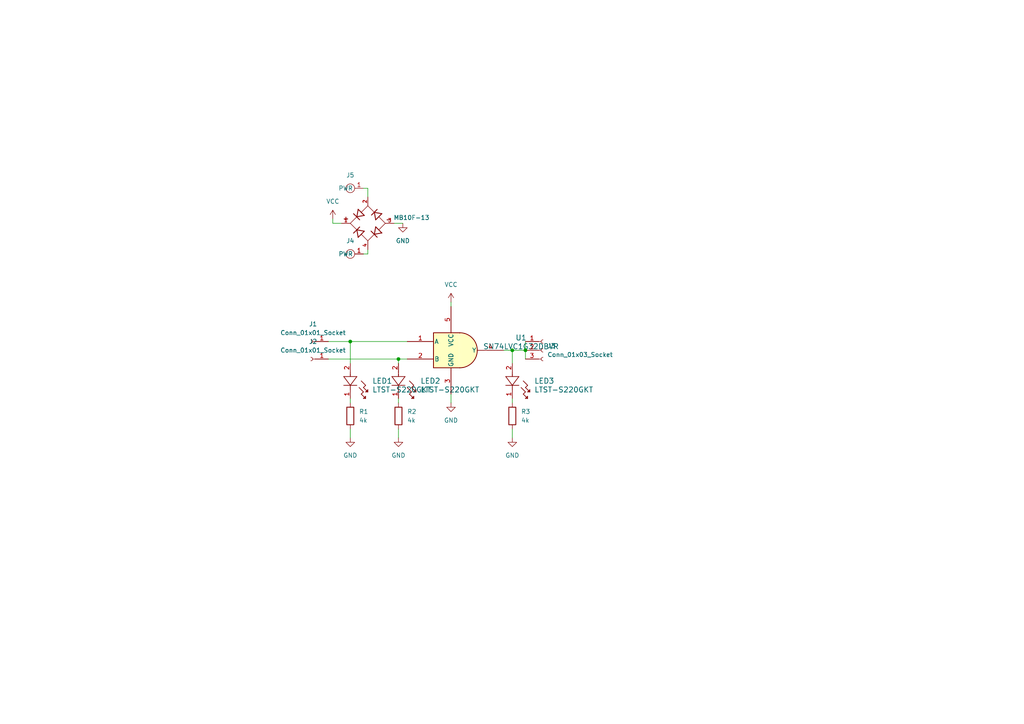
<source format=kicad_sch>
(kicad_sch (version 20230121) (generator eeschema)
  (paper "A4")
  (lib_symbols
    (symbol "Device:R" (pin_numbers hide) (pin_names (offset 0))
      (property "Reference" "R" (at 2.032 0 90))
      (property "Value" "R" (at 0 0 90))
      (symbol "R_0_1"
        (rectangle (start -1.016 -2.54) (end 1.016 2.54) (stroke (width 0.254)))
      )
      (symbol "R_1_1"
        (pin passive line (at 0 3.81 270) (length 1.27) (name "~") (number "1"))
        (pin passive line (at 0 -3.81 90) (length 1.27) (name "~") (number "2"))
      )
    )
    (symbol "DigitalLogicLibrary:8mm_snap" (in_bom no)
      (property "Reference" "J" (at 0 0 0))
      (symbol "8mm_snap_0_1"
        (circle (center 0 0) (radius 1.27))
      )
      (symbol "8mm_snap_1_1"
        (pin output line (at 3.81 0 180) (length 2.54) (name "PWR") (number "1"))
      )
    )
    (symbol "DigitalLogicLibrary:Conn_01x01_Socket" (pin_names (offset 1.016) hide)
      (property "Reference" "J" (at 0 2.54 0))
      (property "Value" "Conn_01x01_Socket" (at 0 -2.54 0))
      (symbol "Conn_01x01_Socket_1_1"
        (polyline (pts (xy -1.27 0) (xy -0.508 0)) (stroke (width 0.1524)))
        (arc (start 0 0.508) (mid -0.5058 0) (end 0 -0.508) (stroke (width 0.1524)))
        (pin passive line (at -5.08 0 0) (length 3.81) (name "Pin_1") (number "1"))
      )
    )
    (symbol "DigitalLogicLibrary:Conn_01x03_Socket" (pin_names (offset 1.016) hide)
      (property "Reference" "J" (at 0 5.08 0))
      (property "Value" "Conn_01x03_Socket" (at 0 -5.08 0))
      (symbol "Conn_01x03_Socket_1_1"
        (arc (start 0 -2.032) (mid -0.5058 -2.54) (end 0 -3.048) (stroke (width 0.1524)))
        (polyline (pts (xy -1.27 -2.54) (xy -0.508 -2.54)) (stroke (width 0.1524)))
        (polyline (pts (xy -1.27 0) (xy -0.508 0)) (stroke (width 0.1524)))
        (polyline (pts (xy -1.27 2.54) (xy -0.508 2.54)) (stroke (width 0.1524)))
        (arc (start 0 0.508) (mid -0.5058 0) (end 0 -0.508) (stroke (width 0.1524)))
        (arc (start 0 3.048) (mid -0.5058 2.54) (end 0 2.032) (stroke (width 0.1524)))
        (pin passive line (at -5.08 2.54 0) (length 3.81) (name "Pin_1") (number "1"))
        (pin passive line (at -5.08 0 0) (length 3.81) (name "Pin_2") (number "2"))
        (pin passive line (at -5.08 -2.54 0) (length 3.81) (name "Pin_3") (number "3"))
      )
    )
    (symbol "DigitalLogicLibrary:LTST-S220GKT" (pin_names (offset 0.254))
      (property "Reference" "LED" (at 5.08 -4.445 0))
      (property "Value" "LTST-S220GKT" (at 5.08 -7.62 0))
      (symbol "LTST-S220GKT_1_1"
        (polyline (pts (xy 2.54 0) (xy 3.4798 0)) (stroke (width 0.2032)))
        (polyline (pts (xy 3.175 0) (xy 3.81 0)) (stroke (width 0.2032)))
        (polyline (pts (xy 3.81 -1.905) (xy 6.35 0)) (stroke (width 0.2032)))
        (polyline (pts (xy 3.81 1.905) (xy 3.81 -1.905)) (stroke (width 0.2032)))
        (polyline (pts (xy 5.08 3.175) (xy 6.35 4.445)) (stroke (width 0.2032)))
        (polyline (pts (xy 6.35 -1.905) (xy 6.35 1.905)) (stroke (width 0.2032)))
        (polyline (pts (xy 6.35 0) (xy 3.81 1.905)) (stroke (width 0.2032)))
        (polyline (pts (xy 6.35 0) (xy 7.62 0)) (stroke (width 0.2032)))
        (polyline (pts (xy 6.35 4.445) (xy 6.985 3.81)) (stroke (width 0.2032)))
        (polyline (pts (xy 6.985 2.54) (xy 8.255 3.81)) (stroke (width 0.2032)))
        (polyline (pts (xy 6.985 3.81) (xy 8.255 5.08)) (stroke (width 0.2032)))
        (polyline (pts (xy 7.62 5.08) (xy 8.255 4.445)) (stroke (width 0.2032)))
        (polyline (pts (xy 8.255 3.81) (xy 8.89 3.175)) (stroke (width 0.2032)))
        (polyline (pts (xy 8.255 4.445) (xy 8.255 5.08)) (stroke (width 0.2032)))
        (polyline (pts (xy 8.255 5.08) (xy 7.62 5.08)) (stroke (width 0.2032)))
        (polyline (pts (xy 8.89 3.175) (xy 10.16 4.445)) (stroke (width 0.2032)))
        (polyline (pts (xy 9.525 4.445) (xy 10.16 3.81)) (stroke (width 0.2032)))
        (polyline (pts (xy 10.16 3.81) (xy 10.16 4.445)) (stroke (width 0.2032)))
        (polyline (pts (xy 10.16 4.445) (xy 9.525 4.445)) (stroke (width 0.2032)))
        (pin unspecified line (at 10.16 0 180) (length 2.54) (name "") (number "1"))
        (pin unspecified line (at 0 0 0) (length 2.54) (name "") (number "2"))
      )
      (symbol "LTST-S220GKT_1_2"
        (polyline (pts (xy -5.08 7.62) (xy -4.445 8.255)) (stroke (width 0.2032)))
        (polyline (pts (xy -5.08 8.255) (xy -5.08 7.62)) (stroke (width 0.2032)))
        (polyline (pts (xy -4.445 6.35) (xy -3.81 6.985)) (stroke (width 0.2032)))
        (polyline (pts (xy -4.445 8.255) (xy -5.08 8.255)) (stroke (width 0.2032)))
        (polyline (pts (xy -4.445 9.525) (xy -3.81 10.16)) (stroke (width 0.2032)))
        (polyline (pts (xy -4.445 10.16) (xy -4.445 9.525)) (stroke (width 0.2032)))
        (polyline (pts (xy -3.81 6.985) (xy -5.08 8.255)) (stroke (width 0.2032)))
        (polyline (pts (xy -3.81 8.255) (xy -3.175 8.89)) (stroke (width 0.2032)))
        (polyline (pts (xy -3.81 10.16) (xy -4.445 10.16)) (stroke (width 0.2032)))
        (polyline (pts (xy -3.175 5.08) (xy -4.445 6.35)) (stroke (width 0.2032)))
        (polyline (pts (xy -3.175 8.89) (xy -4.445 10.16)) (stroke (width 0.2032)))
        (polyline (pts (xy -2.54 6.985) (xy -3.81 8.255)) (stroke (width 0.2032)))
        (polyline (pts (xy -1.905 3.81) (xy 1.905 3.81)) (stroke (width 0.2032)))
        (polyline (pts (xy 0 2.54) (xy 0 3.4798)) (stroke (width 0.2032)))
        (polyline (pts (xy 0 3.175) (xy 0 3.81)) (stroke (width 0.2032)))
        (polyline (pts (xy 0 6.35) (xy -1.905 3.81)) (stroke (width 0.2032)))
        (polyline (pts (xy 0 6.35) (xy 0 7.62)) (stroke (width 0.2032)))
        (polyline (pts (xy 1.905 3.81) (xy 0 6.35)) (stroke (width 0.2032)))
        (polyline (pts (xy 1.905 6.35) (xy -1.905 6.35)) (stroke (width 0.2032)))
        (pin unspecified line (at 0 10.16 270) (length 2.54) (name "") (number "1"))
        (pin unspecified line (at 0 0 90) (length 2.54) (name "") (number "2"))
      )
    )
    (symbol "DigitalLogicLibrary:MB10F-13" (pin_names (offset 1.016))
      (property "Reference" "D" (at 5.08 5.08 0))
      (property "Value" "MB10F-13" (at 5.08 -7.62 0))
      (symbol "MB10F-13_0_0"
        (polyline (pts (xy -6.858 1.27) (xy -5.842 1.27)) (stroke (width 0.254)))
        (polyline (pts (xy -6.35 0.762) (xy -6.35 1.778)) (stroke (width 0.254)))
        (polyline (pts (xy -5.08 0) (xy -3.175 -1.905)) (stroke (width 0.1524)))
        (polyline (pts (xy -3.175 -1.905) (xy -2.794 -4.064)) (stroke (width 0.254)))
        (polyline (pts (xy -3.175 -1.905) (xy -1.016 -2.286)) (stroke (width 0.254)))
        (polyline (pts (xy -3.175 1.905) (xy -5.08 0)) (stroke (width 0.1524)))
        (polyline (pts (xy -3.175 1.905) (xy -2.794 4.064)) (stroke (width 0.254)))
        (polyline (pts (xy -3.175 1.905) (xy -1.016 2.286)) (stroke (width 0.254)))
        (polyline (pts (xy -2.3622 -1.0668) (xy -4.1402 -2.8448)) (stroke (width 0.254)))
        (polyline (pts (xy -2.3622 1.016) (xy -4.1402 2.794)) (stroke (width 0.254)))
        (polyline (pts (xy -1.016 -2.286) (xy -2.794 -4.064)) (stroke (width 0.254)))
        (polyline (pts (xy -1.016 2.286) (xy -2.794 4.064)) (stroke (width 0.254)))
        (polyline (pts (xy 0 -5.08) (xy -1.8034 -3.2766)) (stroke (width 0.1524)))
        (polyline (pts (xy 0 -5.08) (xy 1.905 -3.175)) (stroke (width 0.1524)))
        (polyline (pts (xy 0 5.08) (xy -1.8034 3.2766)) (stroke (width 0.1524)))
        (polyline (pts (xy 1.905 -3.175) (xy 2.286 -1.016)) (stroke (width 0.254)))
        (polyline (pts (xy 1.905 -3.175) (xy 4.064 -2.794)) (stroke (width 0.254)))
        (polyline (pts (xy 1.905 3.175) (xy 0 5.08)) (stroke (width 0.1524)))
        (polyline (pts (xy 1.905 3.175) (xy 2.286 1.016)) (stroke (width 0.254)))
        (polyline (pts (xy 1.905 3.175) (xy 4.064 2.794)) (stroke (width 0.254)))
        (polyline (pts (xy 2.7178 -4.0386) (xy 0.9398 -2.2606)) (stroke (width 0.254)))
        (polyline (pts (xy 2.7178 4.0386) (xy 1.0668 2.3876)) (stroke (width 0.254)))
        (polyline (pts (xy 3.2766 -1.8034) (xy 5.08 0)) (stroke (width 0.1524)))
        (polyline (pts (xy 4.064 -2.794) (xy 2.286 -1.016)) (stroke (width 0.254)))
        (polyline (pts (xy 4.064 2.794) (xy 2.286 1.016)) (stroke (width 0.254)))
        (polyline (pts (xy 5.08 0) (xy 3.2766 1.8034)) (stroke (width 0.1524)))
        (polyline (pts (xy 5.588 1.016) (xy 6.604 1.016)) (stroke (width 0.254)))
        (pin passive line (at -7.62 0 0) (length 2.54) (name "~") (number "1"))
        (pin passive line (at 0 7.62 270) (length 2.54) (name "~") (number "2"))
        (pin passive line (at 7.62 0 180) (length 2.54) (name "~") (number "3"))
        (pin passive line (at 0 -7.62 90) (length 2.54) (name "~") (number "4"))
      )
    )
    (symbol "DigitalLogicLibrary:SN74LVC1G32DBVR" (pin_names (offset 0.254))
      (property "Reference" "U" (at 25.4 10.16 0))
      (property "Value" "SN74LVC1G32DBVR" (at 25.4 7.62 0))
      (symbol "SN74LVC1G32DBVR_0_1"
        (polyline (pts (xy 27.94 -6.35) (xy 20.32 -6.35) (xy 20.32 3.81) (xy 27.94 3.81)) (stroke (width 0.254)) (fill (type background)))
        (arc (start 27.94 -6.35) (mid 32.9979 -1.27) (end 27.94 3.81) (stroke (width 0.254)) (fill (type background)))
        (pin input line (at 12.7 1.27 0) (length 7.62) (name "A") (number "1"))
        (pin input line (at 12.7 -3.81 0) (length 7.62) (name "B") (number "2"))
        (pin power_in line (at 25.4 -13.97 90) (length 7.62) (name "GND") (number "3"))
        (pin output line (at 40.64 -1.27 180) (length 7.62) (name "Y") (number "4"))
        (pin power_in line (at 25.4 11.43 270) (length 7.62) (name "VCC") (number "5"))
      )
    )
    (symbol "power:GND" (power) (pin_names (offset 0))
      (property "Value" "GND" (at 0 -3.81 0))
      (symbol "GND_0_1"
        (polyline (pts (xy 0 0) (xy 0 -1.27) (xy 1.27 -1.27) (xy 0 -2.54) (xy -1.27 -1.27) (xy 0 -1.27)))
      )
      (symbol "GND_1_1"
        (pin power_in line (at 0 0 270) (length 0) hide (name "GND") (number "1"))
      )
    )
    (symbol "power:VCC" (power) (pin_names (offset 0))
      (property "Value" "VCC" (at 0 3.81 0))
      (symbol "VCC_0_1"
        (polyline (pts (xy -0.762 1.27) (xy 0 2.54)))
        (polyline (pts (xy 0 0) (xy 0 2.54)))
        (polyline (pts (xy 0 2.54) (xy 0.762 1.27)))
      )
      (symbol "VCC_1_1"
        (pin power_in line (at 0 0 90) (length 0) hide (name "VCC") (number "1"))
      )
    )
  )
  (junction (at 148.59 101.6))
  (junction (at 101.6 99.06))
  (junction (at 152.4 101.6))
  (junction (at 115.57 104.14))
  (wire (pts (xy 152.4 101.6) (xy 152.4 104.14)))
  (wire (pts (xy 106.68 72.39) (xy 106.68 73.66)))
  (wire (pts (xy 115.57 104.14) (xy 118.11 104.14)))
  (wire (pts (xy 101.6 99.06) (xy 101.6 105.41)))
  (wire (pts (xy 148.59 115.57) (xy 148.59 116.84)))
  (wire (pts (xy 148.59 124.46) (xy 148.59 127)))
  (wire (pts (xy 96.52 63.5) (xy 96.52 64.77)))
  (wire (pts (xy 130.81 87.63) (xy 130.81 88.9)))
  (wire (pts (xy 101.6 99.06) (xy 118.11 99.06)))
  (wire (pts (xy 95.25 104.14) (xy 115.57 104.14)))
  (wire (pts (xy 115.57 115.57) (xy 115.57 116.84)))
  (wire (pts (xy 105.41 54.61) (xy 106.68 54.61)))
  (wire (pts (xy 148.59 101.6) (xy 148.59 105.41)))
  (wire (pts (xy 130.81 114.3) (xy 130.81 116.84)))
  (wire (pts (xy 114.3 64.77) (xy 116.84 64.77)))
  (wire (pts (xy 146.05 101.6) (xy 148.59 101.6)))
  (wire (pts (xy 152.4 99.06) (xy 152.4 101.6)))
  (wire (pts (xy 96.52 64.77) (xy 99.06 64.77)))
  (wire (pts (xy 106.68 73.66) (xy 105.41 73.66)))
  (wire (pts (xy 115.57 124.46) (xy 115.57 127)))
  (wire (pts (xy 95.25 99.06) (xy 101.6 99.06)))
  (wire (pts (xy 101.6 115.57) (xy 101.6 116.84)))
  (wire (pts (xy 115.57 104.14) (xy 115.57 105.41)))
  (wire (pts (xy 101.6 124.46) (xy 101.6 127)))
  (wire (pts (xy 148.59 101.6) (xy 152.4 101.6)))
  (wire (pts (xy 106.68 54.61) (xy 106.68 57.15)))
  (symbol (lib_id "power:GND") (at 130.81 116.84 0) (unit 1)
    (property "Reference" "#PWR04" (effects hide))
    (property "Value" "GND" (at 130.81 121.92 0))
  )
  (symbol (lib_id "DigitalLogicLibrary:LTST-S220GKT") (at 148.59 105.41 270) (unit 1)
    (property "Reference" "LED3" (at 154.94 110.49 90) (effects (font (size 1.524 1.524)) (justify left)))
    (property "Value" "LTST-S220GKT" (at 154.94 113.03 90) (effects (font (size 1.524 1.524)) (justify left)))
    (property "Footprint" "LED_LTST-S220GKT_LTO" (effects hide))
    (property "Datasheet" "LTST-S220GKT" (effects hide))
  )
  (symbol (lib_id "power:GND") (at 101.6 127 0) (unit 1)
    (property "Reference" "#PWR05" (effects hide))
    (property "Value" "GND" (at 101.6 132.08 0))
  )
  (symbol (lib_id "DigitalLogicLibrary:Conn_01x03_Socket") (at 157.48 101.6 0) (unit 1)
    (property "Reference" "J3" (at 158.75 100.33 0) (effects (justify left)))
    (property "Value" "Conn_01x03_Socket" (at 158.75 102.87 0) (effects (justify left)))
    (property "Footprint" "Connector_PinSocket_2.54mm:PinSocket_1x03_P2.54mm_Vertical" (effects hide))
  )
  (symbol (lib_id "DigitalLogicLibrary:SN74LVC1G32DBVR") (at 105.41 100.33 0) (unit 1)
    (property "Reference" "U1" (at 151.13 97.9521 0) (effects (font (size 1.524 1.524))))
    (property "Value" "SN74LVC1G32DBVR" (at 151.13 100.4921 0) (effects (font (size 1.524 1.524))))
    (property "Footprint" "DBV5" (effects hide))
    (property "Datasheet" "SN74LVC1G32DBVR" (effects hide))
  )
  (symbol (lib_id "DigitalLogicLibrary:Conn_01x01_Socket") (at 90.17 104.14 180) (unit 1)
    (property "Reference" "J2" (at 90.805 99.06 0))
    (property "Value" "Conn_01x01_Socket" (at 90.805 101.6 0))
    (property "Footprint" "Connector_PinSocket_2.54mm:PinSocket_1x01_P2.54mm_Vertical" (effects hide))
  )
  (symbol (lib_id "DigitalLogicLibrary:LTST-S220GKT") (at 115.57 105.41 270) (unit 1)
    (property "Reference" "LED2" (at 121.92 110.49 90) (effects (font (size 1.524 1.524)) (justify left)))
    (property "Value" "LTST-S220GKT" (at 121.92 113.03 90) (effects (font (size 1.524 1.524)) (justify left)))
    (property "Footprint" "LED_LTST-S220GKT_LTO" (effects hide))
    (property "Datasheet" "LTST-S220GKT" (effects hide))
  )
  (symbol (lib_id "power:VCC") (at 96.52 63.5 0) (unit 1)
    (property "Reference" "#PWR01" (effects hide))
    (property "Value" "VCC" (at 96.52 58.42 0))
  )
  (symbol (lib_id "power:GND") (at 148.59 127 0) (unit 1)
    (property "Reference" "#PWR07" (effects hide))
    (property "Value" "GND" (at 148.59 132.08 0))
  )
  (symbol (lib_id "DigitalLogicLibrary:8mm_snap") (at 101.6 54.61 0) (unit 1) (in_bom no)
    (property "Reference" "J5" (at 101.6 50.8 0))
    (property "Value" "~" (at 101.6 54.61 0))
    (property "Footprint" "DigitalLogicFootprints:8mm-snap" (effects hide))
  )
  (symbol (lib_id "power:GND") (at 116.84 64.77 0) (unit 1)
    (property "Reference" "#PWR02" (effects hide))
    (property "Value" "GND" (at 116.84 69.85 0))
  )
  (symbol (lib_id "DigitalLogicLibrary:LTST-S220GKT") (at 101.6 105.41 270) (unit 1)
    (property "Reference" "LED1" (at 107.95 110.49 90) (effects (font (size 1.524 1.524)) (justify left)))
    (property "Value" "LTST-S220GKT" (at 107.95 113.03 90) (effects (font (size 1.524 1.524)) (justify left)))
    (property "Footprint" "LED_LTST-S220GKT_LTO" (effects hide))
    (property "Datasheet" "LTST-S220GKT" (effects hide))
  )
  (symbol (lib_id "Device:R") (at 101.6 120.65 0) (unit 1)
    (property "Reference" "R1" (at 104.14 119.38 0) (effects (justify left)))
    (property "Value" "4k" (at 104.14 121.92 0) (effects (justify left)))
    (property "Footprint" "Resistor_SMD:R_0805_2012Metric_Pad1.20x1.40mm_HandSolder" (effects hide))
  )
  (symbol (lib_id "power:GND") (at 115.57 127 0) (unit 1)
    (property "Reference" "#PWR06" (effects hide))
    (property "Value" "GND" (at 115.57 132.08 0))
  )
  (symbol (lib_id "DigitalLogicLibrary:Conn_01x01_Socket") (at 90.17 99.06 180) (unit 1)
    (property "Reference" "J1" (at 90.805 93.98 0))
    (property "Value" "Conn_01x01_Socket" (at 90.805 96.52 0))
    (property "Footprint" "Connector_PinSocket_2.54mm:PinSocket_1x01_P2.54mm_Vertical" (effects hide))
  )
  (symbol (lib_id "power:VCC") (at 130.81 87.63 0) (unit 1)
    (property "Reference" "#PWR03" (effects hide))
    (property "Value" "VCC" (at 130.81 82.55 0))
  )
  (symbol (lib_id "DigitalLogicLibrary:MB10F-13") (at 106.68 64.77 0) (unit 1)
    (property "Reference" "D1" (effects hide))
    (property "Value" "MB10F-13" (at 119.38 63.1191 0))
    (property "Footprint" "DigitalLogicFootprints:DIOB_MB10F-13" (effects hide))
    (property "MF" "Diodes Zetex" (effects hide))
    (property "MAXIMUM_PACKAGE_HEIGHT" "1.8 mm" (effects hide))
    (property "Package" "None" (effects hide))
    (property "Price" "None" (effects hide))
    (property "Check_prices" "https://www.snapeda.com/parts/MB10F-13/Zetex/view-part/?ref=eda" (effects hide))
    (property "STANDARD" "Manufacturer Recommendations" (effects hide))
    (property "PARTREV" "3 - 2" (effects hide))
    (property "SnapEDA_Link" "https://www.snapeda.com/parts/MB10F-13/Zetex/view-part/?ref=snap" (effects hide))
    (property "MP" "MB10F-13" (effects hide))
    (property "Purchase-URL" "https://www.snapeda.com/api/url_track_click_mouser/?unipart_id=6347924&manufacturer=Diodes Zetex&part_name=MB10F-13&search_term=mb10f" (effects hide))
    (property "Description" "\nRectifier Bridge Diode Single 1KV 0.8A 4-Pin MBF T/R\n" (effects hide))
    (property "Availability" "In Stock" (effects hide))
    (property "MANUFACTURER" "Diodes Inc." (effects hide))
  )
  (symbol (lib_id "Device:R") (at 115.57 120.65 0) (unit 1)
    (property "Reference" "R2" (at 118.11 119.38 0) (effects (justify left)))
    (property "Value" "4k" (at 118.11 121.92 0) (effects (justify left)))
    (property "Footprint" "Resistor_SMD:R_0805_2012Metric_Pad1.20x1.40mm_HandSolder" (effects hide))
  )
  (symbol (lib_id "DigitalLogicLibrary:8mm_snap") (at 101.6 73.66 0) (unit 1) (in_bom no)
    (property "Reference" "J4" (at 101.6 69.85 0))
    (property "Value" "~" (at 101.6 73.66 0))
    (property "Footprint" "DigitalLogicFootprints:8mm-snap" (effects hide))
  )
  (symbol (lib_id "Device:R") (at 148.59 120.65 0) (unit 1)
    (property "Reference" "R3" (at 151.13 119.38 0) (effects (justify left)))
    (property "Value" "4k" (at 151.13 121.92 0) (effects (justify left)))
    (property "Footprint" "Resistor_SMD:R_0805_2012Metric_Pad1.20x1.40mm_HandSolder" (effects hide))
  )
)
</source>
